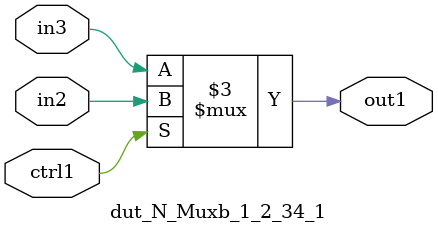
<source format=v>

`timescale 1ps / 1ps


module dut_N_Muxb_1_2_34_1( in3, in2, ctrl1, out1 );

    input in3;
    input in2;
    input ctrl1;
    output out1;
    reg out1;

    
    // rtl_process:dut_N_Muxb_1_2_34_1/dut_N_Muxb_1_2_34_1_thread_1
    always @*
      begin : dut_N_Muxb_1_2_34_1_thread_1
        case (ctrl1) 
          1'b1: 
            begin
              out1 = in2;
            end
          default: 
            begin
              out1 = in3;
            end
        endcase
      end

endmodule



</source>
